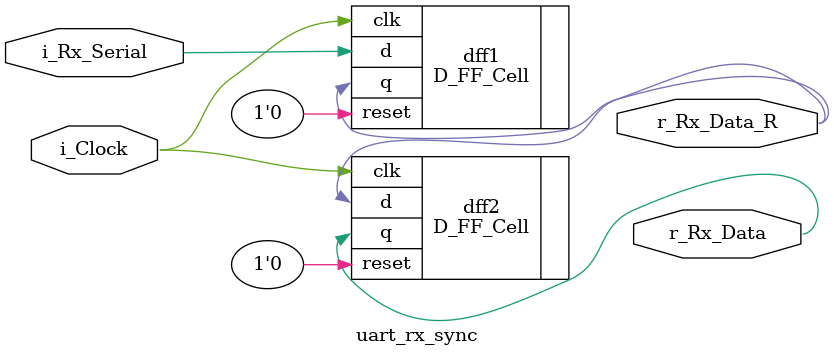
<source format=sv>
module uart_rx_sync (
  input  logic i_Clock,
  input  logic i_Rx_Serial,
  output logic r_Rx_Data_R,
  output logic r_Rx_Data
);

    // Implementación estructural de uart_rx_sync reemplazando el bloque always_ff por flip-flops D
    D_FF_Cell dff1 (
        .clk(i_Clock),
        .reset(1'b0),
        .d(i_Rx_Serial),
        .q(r_Rx_Data_R)
    );

    D_FF_Cell dff2 (
        .clk(i_Clock),
        .reset(1'b0),
        .d(r_Rx_Data_R),
        .q(r_Rx_Data)
    );

endmodule
</source>
